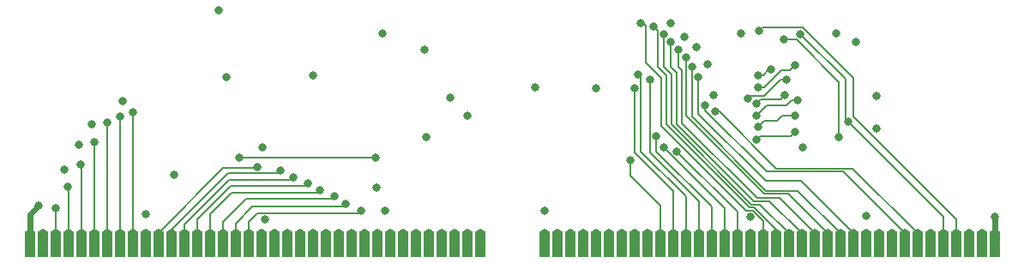
<source format=gbl>
G04 #@! TF.GenerationSoftware,KiCad,Pcbnew,7.0.9*
G04 #@! TF.CreationDate,2024-01-22T22:35:46+01:00*
G04 #@! TF.ProjectId,simm72,73696d6d-3732-42e6-9b69-6361645f7063,A*
G04 #@! TF.SameCoordinates,Original*
G04 #@! TF.FileFunction,Copper,L4,Bot*
G04 #@! TF.FilePolarity,Positive*
%FSLAX46Y46*%
G04 Gerber Fmt 4.6, Leading zero omitted, Abs format (unit mm)*
G04 Created by KiCad (PCBNEW 7.0.9) date 2024-01-22 22:35:46*
%MOMM*%
%LPD*%
G01*
G04 APERTURE LIST*
G04 #@! TA.AperFunction,SMDPad,CuDef*
%ADD10R,1.040000X2.540000*%
G04 #@! TD*
G04 #@! TA.AperFunction,ViaPad*
%ADD11C,0.800000*%
G04 #@! TD*
G04 #@! TA.AperFunction,Conductor*
%ADD12C,0.609600*%
G04 #@! TD*
G04 #@! TA.AperFunction,Conductor*
%ADD13C,0.152400*%
G04 #@! TD*
G04 APERTURE END LIST*
D10*
X57375000Y-113921000D03*
X58645000Y-113921000D03*
X59915000Y-113921000D03*
X61185000Y-113921000D03*
X62455000Y-113921000D03*
X63725000Y-113921000D03*
X64995000Y-113921000D03*
X66265000Y-113921000D03*
X67535000Y-113921000D03*
X68805000Y-113921000D03*
X70075000Y-113921000D03*
X71345000Y-113921000D03*
X72615000Y-113921000D03*
X73885000Y-113921000D03*
X75155000Y-113921000D03*
X76425000Y-113921000D03*
X77695000Y-113921000D03*
X78965000Y-113921000D03*
X80235000Y-113921000D03*
X81505000Y-113921000D03*
X82775000Y-113921000D03*
X84045000Y-113921000D03*
X85315000Y-113921000D03*
X86585000Y-113921000D03*
X87855000Y-113921000D03*
X89125000Y-113921000D03*
X90395000Y-113921000D03*
X91665000Y-113921000D03*
X92935000Y-113921000D03*
X94205000Y-113921000D03*
X95475000Y-113921000D03*
X96745000Y-113921000D03*
X98015000Y-113921000D03*
X99285000Y-113921000D03*
X100555000Y-113921000D03*
X101825000Y-113921000D03*
X108175000Y-113921000D03*
X109445000Y-113921000D03*
X110715000Y-113921000D03*
X111985000Y-113921000D03*
X113255000Y-113921000D03*
X114525000Y-113921000D03*
X115795000Y-113921000D03*
X117065000Y-113921000D03*
X118335000Y-113921000D03*
X119605000Y-113921000D03*
X120875000Y-113921000D03*
X122145000Y-113921000D03*
X123415000Y-113921000D03*
X124685000Y-113921000D03*
X125955000Y-113921000D03*
X127225000Y-113921000D03*
X128495000Y-113921000D03*
X129765000Y-113921000D03*
X131035000Y-113921000D03*
X132305000Y-113921000D03*
X133575000Y-113921000D03*
X134845000Y-113921000D03*
X136115000Y-113921000D03*
X137385000Y-113921000D03*
X138655000Y-113921000D03*
X139925000Y-113921000D03*
X141195000Y-113921000D03*
X142465000Y-113921000D03*
X143735000Y-113921000D03*
X145005000Y-113921000D03*
X146275000Y-113921000D03*
X147545000Y-113921000D03*
X148815000Y-113921000D03*
X150085000Y-113921000D03*
X151355000Y-113921000D03*
X152625000Y-113921000D03*
D11*
X124900000Y-99200000D03*
X91600000Y-108400000D03*
X92173000Y-93093000D03*
X58264000Y-110111000D03*
X98904000Y-99443000D03*
X137004000Y-93093000D03*
X140941000Y-99316000D03*
X76806000Y-97411000D03*
X113255000Y-98554000D03*
X152625000Y-111254000D03*
X57375000Y-112854200D03*
X152625000Y-112854200D03*
X131797000Y-93728000D03*
X58645000Y-112854200D03*
X91531100Y-105425300D03*
X78076000Y-105425800D03*
X137258000Y-103380000D03*
X59915000Y-110365000D03*
X59915000Y-112854200D03*
X61185000Y-112854200D03*
X61121866Y-108269866D03*
X62392232Y-106111232D03*
X62455000Y-112854200D03*
X63726098Y-103889098D03*
X63725000Y-112854200D03*
X64995000Y-101921900D03*
X64995000Y-112854200D03*
X66265000Y-101348000D03*
X66265000Y-112854200D03*
X67535000Y-112854200D03*
X67535000Y-100921900D03*
X123401200Y-97411000D03*
X138655000Y-112854200D03*
X137385000Y-112854200D03*
X122773100Y-96395000D03*
X136115000Y-112854200D03*
X122145000Y-95506000D03*
X80616000Y-111508000D03*
X128495000Y-111254000D03*
X85315000Y-97284000D03*
X124304000Y-96141000D03*
X128495000Y-112854200D03*
X116684000Y-105672900D03*
X96364000Y-94744000D03*
X68805000Y-112854200D03*
X60804000Y-106555000D03*
X139925000Y-111127000D03*
X108175000Y-110619000D03*
X63471000Y-102110000D03*
X80362000Y-104396000D03*
X100555000Y-101221000D03*
X66519000Y-99824000D03*
X91665000Y-112854200D03*
X76044000Y-90807000D03*
X68805000Y-111000000D03*
X140941000Y-102491000D03*
X108175000Y-112854200D03*
X122018000Y-93474000D03*
X123161000Y-94490000D03*
X139925000Y-112854200D03*
X96491000Y-103380000D03*
X127606000Y-93093000D03*
X92427000Y-110619000D03*
X119605000Y-112854200D03*
X80235000Y-112854200D03*
X107286000Y-98427000D03*
X120621000Y-92077000D03*
X62201000Y-104142000D03*
X138909000Y-93982000D03*
X133702000Y-104396000D03*
X71599000Y-107063000D03*
X70075000Y-112854200D03*
X79854000Y-106307900D03*
X82133100Y-106682000D03*
X71345000Y-112854200D03*
X83410000Y-107317000D03*
X72615000Y-112854200D03*
X84807000Y-107958900D03*
X73885000Y-112854200D03*
X86068875Y-108594393D03*
X75155000Y-112854200D03*
X87474000Y-109222000D03*
X76425000Y-112854200D03*
X88608902Y-109991366D03*
X77695000Y-112854200D03*
X90117032Y-110642236D03*
X78965000Y-112854200D03*
X81505000Y-112854200D03*
X82775000Y-112854200D03*
X84045000Y-112854200D03*
X85315000Y-112854200D03*
X86585000Y-112854200D03*
X87855000Y-112854200D03*
X89125000Y-112854200D03*
X90395000Y-112854200D03*
X92935000Y-112854200D03*
X94205000Y-112854200D03*
X130527000Y-96706191D03*
X129257000Y-97284000D03*
X132940000Y-96268000D03*
X129257000Y-98427000D03*
X95475000Y-112854200D03*
X132114134Y-97728134D03*
X96745000Y-112854200D03*
X128237184Y-99573084D03*
X98015000Y-112854200D03*
X129130000Y-100078000D03*
X131924000Y-99189000D03*
X99285000Y-112854200D03*
X129130000Y-101221000D03*
X133195633Y-99698634D03*
X100555000Y-112854200D03*
X132940000Y-101221000D03*
X129257000Y-102364000D03*
X101825000Y-112854200D03*
X132933100Y-102872000D03*
X129130000Y-103634000D03*
X109445000Y-112854200D03*
X110715000Y-112854200D03*
X111985000Y-112854200D03*
X113255000Y-112854200D03*
X114525000Y-112854200D03*
X115795000Y-112854200D03*
X117065000Y-112854200D03*
X118335000Y-112854200D03*
X120875000Y-112854200D03*
X117065000Y-98550000D03*
X117423202Y-97178600D03*
X122145000Y-112854200D03*
X123415000Y-112854200D03*
X118589000Y-97665000D03*
X119224000Y-103253000D03*
X124685000Y-112854200D03*
X125955000Y-112854200D03*
X119986000Y-104396000D03*
X127225000Y-112854200D03*
X121256000Y-104777000D03*
X117700000Y-92077000D03*
X129765000Y-112854200D03*
X118966550Y-92461450D03*
X131035000Y-112854200D03*
X119979100Y-93220000D03*
X132305000Y-112854200D03*
X120621000Y-93982000D03*
X133575000Y-112854200D03*
X121383000Y-94744000D03*
X134845000Y-112854200D03*
X141195000Y-112854200D03*
X142465000Y-112854200D03*
X124050000Y-100211900D03*
X143735000Y-112854200D03*
X145005000Y-112854200D03*
X125066549Y-100840183D03*
X138147000Y-101856000D03*
X133448000Y-93178100D03*
X147545000Y-112854200D03*
X129384000Y-92839000D03*
X148815000Y-112854200D03*
X146275000Y-112854200D03*
X150085000Y-112854200D03*
X151355000Y-112854200D03*
D12*
X57375000Y-111000000D02*
X57375000Y-112854200D01*
X58264000Y-110111000D02*
X57375000Y-111000000D01*
X152625000Y-111254000D02*
X152625000Y-112854200D01*
D13*
X137258000Y-97919000D02*
X133067000Y-93728000D01*
X78076000Y-105425800D02*
X78076500Y-105425300D01*
X133067000Y-93728000D02*
X131797000Y-93728000D01*
X78076500Y-105425300D02*
X91531100Y-105425300D01*
X137258000Y-103380000D02*
X137258000Y-97919000D01*
X59915000Y-110365000D02*
X59915000Y-112854200D01*
X61185000Y-108333000D02*
X61185000Y-112854200D01*
X61121866Y-108269866D02*
X61185000Y-108333000D01*
X62455000Y-106174000D02*
X62455000Y-112854200D01*
X62392232Y-106111232D02*
X62455000Y-106174000D01*
X63726098Y-103889098D02*
X63725000Y-103890196D01*
X63725000Y-103890196D02*
X63725000Y-112854200D01*
X64995000Y-101921900D02*
X64995000Y-112854200D01*
X66265000Y-101348000D02*
X66265000Y-112854200D01*
X67535000Y-100921900D02*
X67535000Y-112854200D01*
X130019000Y-107698000D02*
X133498800Y-107698000D01*
X123401200Y-97411000D02*
X123401200Y-101080200D01*
X133498800Y-107698000D02*
X138655000Y-112854200D01*
X123401200Y-101080200D02*
X130019000Y-107698000D01*
X133194000Y-108663200D02*
X137385000Y-112854200D01*
X122773100Y-96395000D02*
X122773100Y-101341100D01*
X130095200Y-108663200D02*
X133194000Y-108663200D01*
X122773100Y-101341100D02*
X130095200Y-108663200D01*
X122145000Y-101221000D02*
X129892000Y-108968000D01*
X122145000Y-95506000D02*
X122145000Y-101221000D01*
X129892000Y-108968000D02*
X132228800Y-108968000D01*
X132228800Y-108968000D02*
X136115000Y-112854200D01*
X116684000Y-105672900D02*
X116684000Y-107190000D01*
X116684000Y-107190000D02*
X119605000Y-110111000D01*
X119605000Y-110111000D02*
X119605000Y-112854200D01*
X79733900Y-106428000D02*
X76501200Y-106428000D01*
X79854000Y-106307900D02*
X79733900Y-106428000D01*
X76501200Y-106428000D02*
X70075000Y-112854200D01*
X76933000Y-106936000D02*
X71345000Y-112524000D01*
X82133100Y-106682000D02*
X81879100Y-106936000D01*
X71345000Y-112524000D02*
X71345000Y-112854200D01*
X81879100Y-106936000D02*
X76933000Y-106936000D01*
X72615000Y-112016000D02*
X72615000Y-112854200D01*
X83410000Y-107317000D02*
X83156000Y-107571000D01*
X83156000Y-107571000D02*
X77060000Y-107571000D01*
X77060000Y-107571000D02*
X72615000Y-112016000D01*
X73885000Y-111508000D02*
X73885000Y-112854200D01*
X84807000Y-107958900D02*
X84559900Y-108206000D01*
X77187000Y-108206000D02*
X73885000Y-111508000D01*
X84559900Y-108206000D02*
X77187000Y-108206000D01*
X77314000Y-108841000D02*
X75155000Y-111000000D01*
X75155000Y-111000000D02*
X75155000Y-112854200D01*
X86068875Y-108594393D02*
X85822268Y-108841000D01*
X85822268Y-108841000D02*
X77314000Y-108841000D01*
X76425000Y-111762000D02*
X76425000Y-112854200D01*
X87474000Y-109222000D02*
X87220000Y-109476000D01*
X87220000Y-109476000D02*
X78711000Y-109476000D01*
X78711000Y-109476000D02*
X76425000Y-111762000D01*
X77695000Y-111889000D02*
X77695000Y-112854200D01*
X79346000Y-110238000D02*
X77695000Y-111889000D01*
X88608902Y-109991366D02*
X88362268Y-110238000D01*
X88362268Y-110238000D02*
X79346000Y-110238000D01*
X90117032Y-110642236D02*
X89886268Y-110873000D01*
X79854000Y-110873000D02*
X78965000Y-111762000D01*
X89886268Y-110873000D02*
X79854000Y-110873000D01*
X78965000Y-111762000D02*
X78965000Y-112854200D01*
X129765000Y-97284000D02*
X130342809Y-96706191D01*
X129257000Y-97284000D02*
X129765000Y-97284000D01*
X130342809Y-96706191D02*
X130527000Y-96706191D01*
X132394668Y-96776000D02*
X132902668Y-96268000D01*
X129257000Y-98427000D02*
X129892000Y-98427000D01*
X131543000Y-96776000D02*
X132394668Y-96776000D01*
X132902668Y-96268000D02*
X132940000Y-96268000D01*
X129892000Y-98427000D02*
X131543000Y-96776000D01*
X128477556Y-99332712D02*
X129875288Y-99332712D01*
X129875288Y-99332712D02*
X131479866Y-97728134D01*
X131479866Y-97728134D02*
X132114134Y-97728134D01*
X128237184Y-99573084D02*
X128477556Y-99332712D01*
X131475488Y-99637512D02*
X131924000Y-99189000D01*
X129570488Y-99637512D02*
X131475488Y-99637512D01*
X129130000Y-100078000D02*
X129570488Y-99637512D01*
X129130000Y-101221000D02*
X130146000Y-100205000D01*
X132557366Y-99698634D02*
X133195633Y-99698634D01*
X132051000Y-100205000D02*
X132557366Y-99698634D01*
X130146000Y-100205000D02*
X132051000Y-100205000D01*
X131670000Y-101221000D02*
X132940000Y-101221000D01*
X131162000Y-101729000D02*
X131670000Y-101221000D01*
X129892000Y-101729000D02*
X131162000Y-101729000D01*
X129257000Y-102364000D02*
X129892000Y-101729000D01*
X129511000Y-103253000D02*
X132552100Y-103253000D01*
X129130000Y-103634000D02*
X129511000Y-103253000D01*
X132552100Y-103253000D02*
X132933100Y-102872000D01*
X117065000Y-98550000D02*
X117065000Y-104904000D01*
X117065000Y-104904000D02*
X120875000Y-108714000D01*
X120875000Y-108714000D02*
X120875000Y-112854200D01*
X117700000Y-104777000D02*
X122145000Y-109222000D01*
X117423202Y-97178600D02*
X117700000Y-97455398D01*
X117700000Y-97455398D02*
X117700000Y-104777000D01*
X122145000Y-109222000D02*
X122145000Y-112854200D01*
X118589000Y-104904000D02*
X123415000Y-109730000D01*
X118589000Y-97665000D02*
X118589000Y-104904000D01*
X123415000Y-109730000D02*
X123415000Y-112854200D01*
X119224000Y-104777000D02*
X124685000Y-110238000D01*
X124685000Y-110238000D02*
X124685000Y-112854200D01*
X119224000Y-103253000D02*
X119224000Y-104777000D01*
X119986000Y-104396000D02*
X120113000Y-104523000D01*
X120113000Y-104523000D02*
X120113000Y-104536800D01*
X125955000Y-110378800D02*
X125955000Y-112854200D01*
X120113000Y-104536800D02*
X125955000Y-110378800D01*
X127225000Y-110746000D02*
X127225000Y-112854200D01*
X121256000Y-104777000D02*
X127225000Y-110746000D01*
X118208000Y-96014000D02*
X119732000Y-97538000D01*
X128120400Y-110625400D02*
X128755375Y-110625400D01*
X117954000Y-92077000D02*
X118208000Y-92331000D01*
X118208000Y-92331000D02*
X118208000Y-96014000D01*
X128755375Y-110625400D02*
X129765000Y-111635025D01*
X119732000Y-102237000D02*
X128120400Y-110625400D01*
X119732000Y-97538000D02*
X119732000Y-102237000D01*
X117700000Y-92077000D02*
X117954000Y-92077000D01*
X129765000Y-111635025D02*
X129765000Y-112854200D01*
X119407613Y-92902513D02*
X119350500Y-92959625D01*
X118966550Y-92461450D02*
X119407613Y-92902513D01*
X119350500Y-96394500D02*
X120240000Y-97284000D01*
X131035000Y-112473973D02*
X131035000Y-112854200D01*
X120240000Y-97284000D02*
X120240000Y-102110000D01*
X119350500Y-92959625D02*
X119350500Y-96394500D01*
X128881627Y-110320600D02*
X131035000Y-112473973D01*
X128450600Y-110320600D02*
X128881627Y-110320600D01*
X120240000Y-102110000D02*
X128450600Y-110320600D01*
X120748000Y-97157000D02*
X120748000Y-102110000D01*
X119979100Y-93220000D02*
X119979100Y-96388100D01*
X119979100Y-96388100D02*
X120748000Y-97157000D01*
X129466600Y-110015800D02*
X132305000Y-112854200D01*
X128653800Y-110015800D02*
X129466600Y-110015800D01*
X120748000Y-102110000D02*
X128653800Y-110015800D01*
X128857000Y-109711000D02*
X130431800Y-109711000D01*
X121256000Y-97030000D02*
X121256000Y-102110000D01*
X120621000Y-93982000D02*
X120621000Y-96395000D01*
X130431800Y-109711000D02*
X133575000Y-112854200D01*
X121256000Y-102110000D02*
X128857000Y-109711000D01*
X120621000Y-96395000D02*
X121256000Y-97030000D01*
X121383000Y-94744000D02*
X121383000Y-96395000D01*
X131397000Y-109406200D02*
X134845000Y-112854200D01*
X121764000Y-96776000D02*
X121764000Y-101983000D01*
X121764000Y-101983000D02*
X129187200Y-109406200D01*
X129187200Y-109406200D02*
X131397000Y-109406200D01*
X121383000Y-96395000D02*
X121764000Y-96776000D01*
X124050000Y-100211900D02*
X124050000Y-100713000D01*
X130120600Y-106783600D02*
X137664400Y-106783600D01*
X137664400Y-106783600D02*
X143735000Y-112854200D01*
X124050000Y-100713000D02*
X130120600Y-106783600D01*
X138629600Y-106478800D02*
X145005000Y-112854200D01*
X131085800Y-106478800D02*
X138629600Y-106478800D01*
X125066549Y-100840183D02*
X125447183Y-100840183D01*
X125447183Y-100840183D02*
X131085800Y-106478800D01*
X137893000Y-97623100D02*
X133448000Y-93178100D01*
X147545000Y-112854200D02*
X147545000Y-111254000D01*
X137893000Y-101602000D02*
X137893000Y-97623100D01*
X147545000Y-111254000D02*
X138147000Y-101856000D01*
X138147000Y-101856000D02*
X137893000Y-101602000D01*
X138655000Y-101348000D02*
X148815000Y-111508000D01*
X129673500Y-92549500D02*
X133708375Y-92549500D01*
X133708375Y-92549500D02*
X138655000Y-97496125D01*
X138655000Y-97496125D02*
X138655000Y-101348000D01*
X148815000Y-111508000D02*
X148815000Y-112854200D01*
X129384000Y-92839000D02*
X129673500Y-92549500D01*
M02*

</source>
